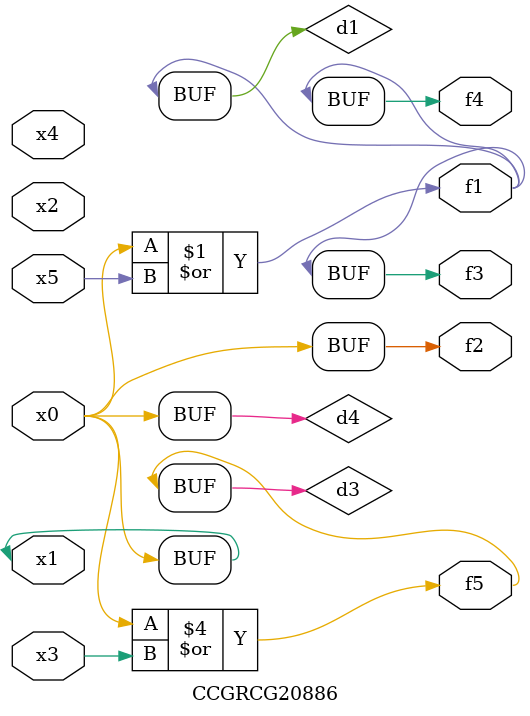
<source format=v>
module CCGRCG20886(
	input x0, x1, x2, x3, x4, x5,
	output f1, f2, f3, f4, f5
);

	wire d1, d2, d3, d4;

	or (d1, x0, x5);
	xnor (d2, x1, x4);
	or (d3, x0, x3);
	buf (d4, x0, x1);
	assign f1 = d1;
	assign f2 = d4;
	assign f3 = d1;
	assign f4 = d1;
	assign f5 = d3;
endmodule

</source>
